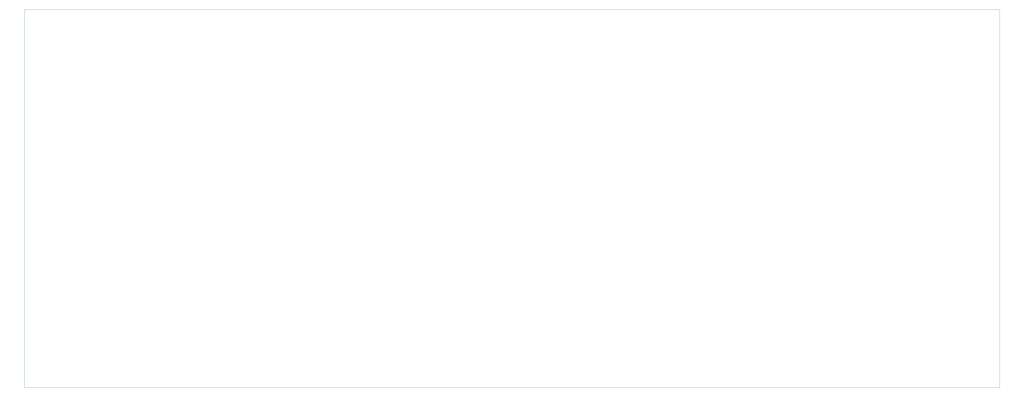
<source format=gbr>
%TF.GenerationSoftware,KiCad,Pcbnew,9.0.2*%
%TF.CreationDate,2025-07-16T18:53:34+05:00*%
%TF.ProjectId,SR-U2764,53522d55-3237-4363-942e-6b696361645f,rev?*%
%TF.SameCoordinates,Original*%
%TF.FileFunction,Profile,NP*%
%FSLAX46Y46*%
G04 Gerber Fmt 4.6, Leading zero omitted, Abs format (unit mm)*
G04 Created by KiCad (PCBNEW 9.0.2) date 2025-07-16 18:53:34*
%MOMM*%
%LPD*%
G01*
G04 APERTURE LIST*
%TA.AperFunction,Profile*%
%ADD10C,0.050000*%
%TD*%
G04 APERTURE END LIST*
D10*
X26193750Y-28575000D02*
X388143750Y-28575000D01*
X388143750Y-169068750D01*
X26193750Y-169068750D01*
X26193750Y-28575000D01*
M02*

</source>
